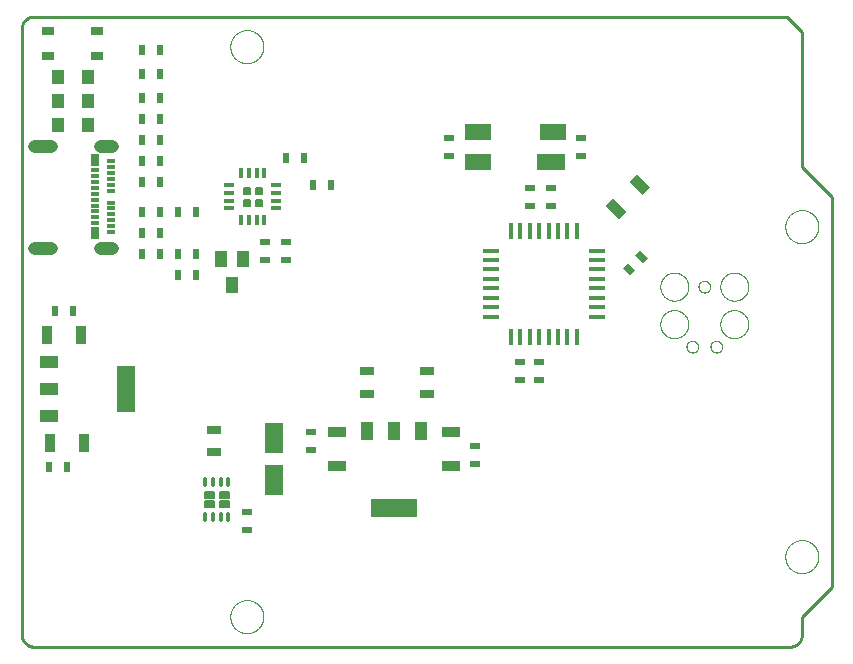
<source format=gtp>
G75*
%MOIN*%
%OFA0B0*%
%FSLAX25Y25*%
%IPPOS*%
%LPD*%
%AMOC8*
5,1,8,0,0,1.08239X$1,22.5*
%
%ADD10C,0.01000*%
%ADD11C,0.00000*%
%ADD12R,0.03543X0.02362*%
%ADD13R,0.03543X0.06299*%
%ADD14R,0.02362X0.03543*%
%ADD15R,0.04134X0.02559*%
%ADD16R,0.01575X0.05512*%
%ADD17R,0.05512X0.01575*%
%ADD18R,0.08661X0.05512*%
%ADD19R,0.09449X0.05512*%
%ADD20R,0.04331X0.04921*%
%ADD21R,0.02756X0.01181*%
%ADD22R,0.02756X0.03937*%
%ADD23C,0.04331*%
%ADD24R,0.03543X0.01378*%
%ADD25R,0.01378X0.03543*%
%ADD26C,0.00500*%
%ADD27R,0.03937X0.05512*%
%ADD28C,0.01378*%
%ADD29R,0.05906X0.15748*%
%ADD30R,0.05906X0.03937*%
%ADD31R,0.06299X0.09843*%
%ADD32R,0.15748X0.05906*%
%ADD33R,0.03937X0.05906*%
%ADD34R,0.06299X0.03543*%
%ADD35R,0.05118X0.02756*%
D10*
X0008793Y0007187D02*
X0008793Y0209313D01*
X0008795Y0209437D01*
X0008801Y0209560D01*
X0008810Y0209684D01*
X0008824Y0209806D01*
X0008841Y0209929D01*
X0008863Y0210051D01*
X0008888Y0210172D01*
X0008917Y0210292D01*
X0008949Y0210411D01*
X0008986Y0210530D01*
X0009026Y0210647D01*
X0009069Y0210762D01*
X0009117Y0210877D01*
X0009168Y0210989D01*
X0009222Y0211100D01*
X0009280Y0211210D01*
X0009341Y0211317D01*
X0009406Y0211423D01*
X0009474Y0211526D01*
X0009545Y0211627D01*
X0009619Y0211726D01*
X0009696Y0211823D01*
X0009777Y0211917D01*
X0009860Y0212008D01*
X0009946Y0212097D01*
X0010035Y0212183D01*
X0010126Y0212266D01*
X0010220Y0212347D01*
X0010317Y0212424D01*
X0010416Y0212498D01*
X0010517Y0212569D01*
X0010620Y0212637D01*
X0010726Y0212702D01*
X0010833Y0212763D01*
X0010943Y0212821D01*
X0011054Y0212875D01*
X0011166Y0212926D01*
X0011281Y0212974D01*
X0011396Y0213017D01*
X0011513Y0213057D01*
X0011632Y0213094D01*
X0011751Y0213126D01*
X0011871Y0213155D01*
X0011992Y0213180D01*
X0012114Y0213202D01*
X0012237Y0213219D01*
X0012359Y0213233D01*
X0012483Y0213242D01*
X0012606Y0213248D01*
X0012730Y0213250D01*
X0263793Y0213250D01*
X0268793Y0208250D01*
X0268793Y0163250D01*
X0278793Y0153250D01*
X0278793Y0023250D01*
X0268793Y0013250D01*
X0268793Y0007187D01*
X0268791Y0007063D01*
X0268785Y0006940D01*
X0268776Y0006816D01*
X0268762Y0006694D01*
X0268745Y0006571D01*
X0268723Y0006449D01*
X0268698Y0006328D01*
X0268669Y0006208D01*
X0268637Y0006089D01*
X0268600Y0005970D01*
X0268560Y0005853D01*
X0268517Y0005738D01*
X0268469Y0005623D01*
X0268418Y0005511D01*
X0268364Y0005400D01*
X0268306Y0005290D01*
X0268245Y0005183D01*
X0268180Y0005077D01*
X0268112Y0004974D01*
X0268041Y0004873D01*
X0267967Y0004774D01*
X0267890Y0004677D01*
X0267809Y0004583D01*
X0267726Y0004492D01*
X0267640Y0004403D01*
X0267551Y0004317D01*
X0267460Y0004234D01*
X0267366Y0004153D01*
X0267269Y0004076D01*
X0267170Y0004002D01*
X0267069Y0003931D01*
X0266966Y0003863D01*
X0266860Y0003798D01*
X0266753Y0003737D01*
X0266643Y0003679D01*
X0266532Y0003625D01*
X0266420Y0003574D01*
X0266305Y0003526D01*
X0266190Y0003483D01*
X0266073Y0003443D01*
X0265954Y0003406D01*
X0265835Y0003374D01*
X0265715Y0003345D01*
X0265594Y0003320D01*
X0265472Y0003298D01*
X0265349Y0003281D01*
X0265227Y0003267D01*
X0265103Y0003258D01*
X0264980Y0003252D01*
X0264856Y0003250D01*
X0012730Y0003250D01*
X0012606Y0003252D01*
X0012483Y0003258D01*
X0012359Y0003267D01*
X0012237Y0003281D01*
X0012114Y0003298D01*
X0011992Y0003320D01*
X0011871Y0003345D01*
X0011751Y0003374D01*
X0011632Y0003406D01*
X0011513Y0003443D01*
X0011396Y0003483D01*
X0011281Y0003526D01*
X0011166Y0003574D01*
X0011054Y0003625D01*
X0010943Y0003679D01*
X0010833Y0003737D01*
X0010726Y0003798D01*
X0010620Y0003863D01*
X0010517Y0003931D01*
X0010416Y0004002D01*
X0010317Y0004076D01*
X0010220Y0004153D01*
X0010126Y0004234D01*
X0010035Y0004317D01*
X0009946Y0004403D01*
X0009860Y0004492D01*
X0009777Y0004583D01*
X0009696Y0004677D01*
X0009619Y0004774D01*
X0009545Y0004873D01*
X0009474Y0004974D01*
X0009406Y0005077D01*
X0009341Y0005183D01*
X0009280Y0005290D01*
X0009222Y0005400D01*
X0009168Y0005511D01*
X0009117Y0005623D01*
X0009069Y0005738D01*
X0009026Y0005853D01*
X0008986Y0005970D01*
X0008949Y0006089D01*
X0008917Y0006208D01*
X0008888Y0006328D01*
X0008863Y0006449D01*
X0008841Y0006571D01*
X0008824Y0006694D01*
X0008810Y0006816D01*
X0008801Y0006940D01*
X0008795Y0007063D01*
X0008793Y0007187D01*
D11*
X0078281Y0013250D02*
X0078283Y0013398D01*
X0078289Y0013546D01*
X0078299Y0013694D01*
X0078313Y0013841D01*
X0078331Y0013988D01*
X0078352Y0014134D01*
X0078378Y0014280D01*
X0078408Y0014425D01*
X0078441Y0014569D01*
X0078479Y0014712D01*
X0078520Y0014854D01*
X0078565Y0014995D01*
X0078613Y0015135D01*
X0078666Y0015274D01*
X0078722Y0015411D01*
X0078782Y0015546D01*
X0078845Y0015680D01*
X0078912Y0015812D01*
X0078983Y0015942D01*
X0079057Y0016070D01*
X0079134Y0016196D01*
X0079215Y0016320D01*
X0079299Y0016442D01*
X0079386Y0016561D01*
X0079477Y0016678D01*
X0079571Y0016793D01*
X0079667Y0016905D01*
X0079767Y0017015D01*
X0079869Y0017121D01*
X0079975Y0017225D01*
X0080083Y0017326D01*
X0080194Y0017424D01*
X0080307Y0017520D01*
X0080423Y0017612D01*
X0080541Y0017701D01*
X0080662Y0017786D01*
X0080785Y0017869D01*
X0080910Y0017948D01*
X0081037Y0018024D01*
X0081166Y0018096D01*
X0081297Y0018165D01*
X0081430Y0018230D01*
X0081565Y0018291D01*
X0081701Y0018349D01*
X0081838Y0018404D01*
X0081977Y0018454D01*
X0082118Y0018501D01*
X0082259Y0018544D01*
X0082402Y0018584D01*
X0082546Y0018619D01*
X0082690Y0018651D01*
X0082836Y0018678D01*
X0082982Y0018702D01*
X0083129Y0018722D01*
X0083276Y0018738D01*
X0083423Y0018750D01*
X0083571Y0018758D01*
X0083719Y0018762D01*
X0083867Y0018762D01*
X0084015Y0018758D01*
X0084163Y0018750D01*
X0084310Y0018738D01*
X0084457Y0018722D01*
X0084604Y0018702D01*
X0084750Y0018678D01*
X0084896Y0018651D01*
X0085040Y0018619D01*
X0085184Y0018584D01*
X0085327Y0018544D01*
X0085468Y0018501D01*
X0085609Y0018454D01*
X0085748Y0018404D01*
X0085885Y0018349D01*
X0086021Y0018291D01*
X0086156Y0018230D01*
X0086289Y0018165D01*
X0086420Y0018096D01*
X0086549Y0018024D01*
X0086676Y0017948D01*
X0086801Y0017869D01*
X0086924Y0017786D01*
X0087045Y0017701D01*
X0087163Y0017612D01*
X0087279Y0017520D01*
X0087392Y0017424D01*
X0087503Y0017326D01*
X0087611Y0017225D01*
X0087717Y0017121D01*
X0087819Y0017015D01*
X0087919Y0016905D01*
X0088015Y0016793D01*
X0088109Y0016678D01*
X0088200Y0016561D01*
X0088287Y0016442D01*
X0088371Y0016320D01*
X0088452Y0016196D01*
X0088529Y0016070D01*
X0088603Y0015942D01*
X0088674Y0015812D01*
X0088741Y0015680D01*
X0088804Y0015546D01*
X0088864Y0015411D01*
X0088920Y0015274D01*
X0088973Y0015135D01*
X0089021Y0014995D01*
X0089066Y0014854D01*
X0089107Y0014712D01*
X0089145Y0014569D01*
X0089178Y0014425D01*
X0089208Y0014280D01*
X0089234Y0014134D01*
X0089255Y0013988D01*
X0089273Y0013841D01*
X0089287Y0013694D01*
X0089297Y0013546D01*
X0089303Y0013398D01*
X0089305Y0013250D01*
X0089303Y0013102D01*
X0089297Y0012954D01*
X0089287Y0012806D01*
X0089273Y0012659D01*
X0089255Y0012512D01*
X0089234Y0012366D01*
X0089208Y0012220D01*
X0089178Y0012075D01*
X0089145Y0011931D01*
X0089107Y0011788D01*
X0089066Y0011646D01*
X0089021Y0011505D01*
X0088973Y0011365D01*
X0088920Y0011226D01*
X0088864Y0011089D01*
X0088804Y0010954D01*
X0088741Y0010820D01*
X0088674Y0010688D01*
X0088603Y0010558D01*
X0088529Y0010430D01*
X0088452Y0010304D01*
X0088371Y0010180D01*
X0088287Y0010058D01*
X0088200Y0009939D01*
X0088109Y0009822D01*
X0088015Y0009707D01*
X0087919Y0009595D01*
X0087819Y0009485D01*
X0087717Y0009379D01*
X0087611Y0009275D01*
X0087503Y0009174D01*
X0087392Y0009076D01*
X0087279Y0008980D01*
X0087163Y0008888D01*
X0087045Y0008799D01*
X0086924Y0008714D01*
X0086801Y0008631D01*
X0086676Y0008552D01*
X0086549Y0008476D01*
X0086420Y0008404D01*
X0086289Y0008335D01*
X0086156Y0008270D01*
X0086021Y0008209D01*
X0085885Y0008151D01*
X0085748Y0008096D01*
X0085609Y0008046D01*
X0085468Y0007999D01*
X0085327Y0007956D01*
X0085184Y0007916D01*
X0085040Y0007881D01*
X0084896Y0007849D01*
X0084750Y0007822D01*
X0084604Y0007798D01*
X0084457Y0007778D01*
X0084310Y0007762D01*
X0084163Y0007750D01*
X0084015Y0007742D01*
X0083867Y0007738D01*
X0083719Y0007738D01*
X0083571Y0007742D01*
X0083423Y0007750D01*
X0083276Y0007762D01*
X0083129Y0007778D01*
X0082982Y0007798D01*
X0082836Y0007822D01*
X0082690Y0007849D01*
X0082546Y0007881D01*
X0082402Y0007916D01*
X0082259Y0007956D01*
X0082118Y0007999D01*
X0081977Y0008046D01*
X0081838Y0008096D01*
X0081701Y0008151D01*
X0081565Y0008209D01*
X0081430Y0008270D01*
X0081297Y0008335D01*
X0081166Y0008404D01*
X0081037Y0008476D01*
X0080910Y0008552D01*
X0080785Y0008631D01*
X0080662Y0008714D01*
X0080541Y0008799D01*
X0080423Y0008888D01*
X0080307Y0008980D01*
X0080194Y0009076D01*
X0080083Y0009174D01*
X0079975Y0009275D01*
X0079869Y0009379D01*
X0079767Y0009485D01*
X0079667Y0009595D01*
X0079571Y0009707D01*
X0079477Y0009822D01*
X0079386Y0009939D01*
X0079299Y0010058D01*
X0079215Y0010180D01*
X0079134Y0010304D01*
X0079057Y0010430D01*
X0078983Y0010558D01*
X0078912Y0010688D01*
X0078845Y0010820D01*
X0078782Y0010954D01*
X0078722Y0011089D01*
X0078666Y0011226D01*
X0078613Y0011365D01*
X0078565Y0011505D01*
X0078520Y0011646D01*
X0078479Y0011788D01*
X0078441Y0011931D01*
X0078408Y0012075D01*
X0078378Y0012220D01*
X0078352Y0012366D01*
X0078331Y0012512D01*
X0078313Y0012659D01*
X0078299Y0012806D01*
X0078289Y0012954D01*
X0078283Y0013102D01*
X0078281Y0013250D01*
X0221618Y0110750D02*
X0221620Y0110887D01*
X0221626Y0111023D01*
X0221636Y0111159D01*
X0221650Y0111295D01*
X0221668Y0111431D01*
X0221690Y0111566D01*
X0221715Y0111700D01*
X0221745Y0111833D01*
X0221779Y0111965D01*
X0221816Y0112097D01*
X0221857Y0112227D01*
X0221903Y0112356D01*
X0221951Y0112484D01*
X0222004Y0112610D01*
X0222060Y0112734D01*
X0222120Y0112857D01*
X0222183Y0112978D01*
X0222250Y0113097D01*
X0222320Y0113214D01*
X0222394Y0113330D01*
X0222471Y0113442D01*
X0222551Y0113553D01*
X0222635Y0113661D01*
X0222722Y0113767D01*
X0222811Y0113870D01*
X0222904Y0113970D01*
X0222999Y0114068D01*
X0223098Y0114163D01*
X0223199Y0114255D01*
X0223303Y0114343D01*
X0223409Y0114429D01*
X0223518Y0114512D01*
X0223629Y0114591D01*
X0223742Y0114668D01*
X0223858Y0114741D01*
X0223975Y0114810D01*
X0224095Y0114876D01*
X0224216Y0114938D01*
X0224340Y0114997D01*
X0224465Y0115053D01*
X0224591Y0115104D01*
X0224719Y0115152D01*
X0224848Y0115196D01*
X0224979Y0115237D01*
X0225111Y0115273D01*
X0225243Y0115306D01*
X0225377Y0115334D01*
X0225511Y0115359D01*
X0225646Y0115380D01*
X0225782Y0115397D01*
X0225918Y0115410D01*
X0226054Y0115419D01*
X0226191Y0115424D01*
X0226327Y0115425D01*
X0226464Y0115422D01*
X0226600Y0115415D01*
X0226736Y0115404D01*
X0226872Y0115389D01*
X0227007Y0115370D01*
X0227142Y0115347D01*
X0227276Y0115320D01*
X0227409Y0115290D01*
X0227541Y0115255D01*
X0227673Y0115217D01*
X0227802Y0115175D01*
X0227931Y0115129D01*
X0228058Y0115079D01*
X0228184Y0115025D01*
X0228308Y0114968D01*
X0228431Y0114908D01*
X0228551Y0114843D01*
X0228670Y0114776D01*
X0228786Y0114705D01*
X0228901Y0114630D01*
X0229013Y0114552D01*
X0229123Y0114471D01*
X0229231Y0114387D01*
X0229336Y0114299D01*
X0229438Y0114209D01*
X0229538Y0114116D01*
X0229635Y0114019D01*
X0229729Y0113920D01*
X0229820Y0113819D01*
X0229908Y0113714D01*
X0229993Y0113607D01*
X0230075Y0113498D01*
X0230154Y0113386D01*
X0230229Y0113272D01*
X0230301Y0113156D01*
X0230370Y0113038D01*
X0230435Y0112918D01*
X0230497Y0112796D01*
X0230555Y0112672D01*
X0230609Y0112547D01*
X0230660Y0112420D01*
X0230706Y0112292D01*
X0230750Y0112162D01*
X0230789Y0112031D01*
X0230825Y0111899D01*
X0230856Y0111766D01*
X0230884Y0111633D01*
X0230908Y0111498D01*
X0230928Y0111363D01*
X0230944Y0111227D01*
X0230956Y0111091D01*
X0230964Y0110955D01*
X0230968Y0110818D01*
X0230968Y0110682D01*
X0230964Y0110545D01*
X0230956Y0110409D01*
X0230944Y0110273D01*
X0230928Y0110137D01*
X0230908Y0110002D01*
X0230884Y0109867D01*
X0230856Y0109734D01*
X0230825Y0109601D01*
X0230789Y0109469D01*
X0230750Y0109338D01*
X0230706Y0109208D01*
X0230660Y0109080D01*
X0230609Y0108953D01*
X0230555Y0108828D01*
X0230497Y0108704D01*
X0230435Y0108582D01*
X0230370Y0108462D01*
X0230301Y0108344D01*
X0230229Y0108228D01*
X0230154Y0108114D01*
X0230075Y0108002D01*
X0229993Y0107893D01*
X0229908Y0107786D01*
X0229820Y0107681D01*
X0229729Y0107580D01*
X0229635Y0107481D01*
X0229538Y0107384D01*
X0229438Y0107291D01*
X0229336Y0107201D01*
X0229231Y0107113D01*
X0229123Y0107029D01*
X0229013Y0106948D01*
X0228901Y0106870D01*
X0228786Y0106795D01*
X0228670Y0106724D01*
X0228551Y0106657D01*
X0228431Y0106592D01*
X0228308Y0106532D01*
X0228184Y0106475D01*
X0228058Y0106421D01*
X0227931Y0106371D01*
X0227802Y0106325D01*
X0227673Y0106283D01*
X0227541Y0106245D01*
X0227409Y0106210D01*
X0227276Y0106180D01*
X0227142Y0106153D01*
X0227007Y0106130D01*
X0226872Y0106111D01*
X0226736Y0106096D01*
X0226600Y0106085D01*
X0226464Y0106078D01*
X0226327Y0106075D01*
X0226191Y0106076D01*
X0226054Y0106081D01*
X0225918Y0106090D01*
X0225782Y0106103D01*
X0225646Y0106120D01*
X0225511Y0106141D01*
X0225377Y0106166D01*
X0225243Y0106194D01*
X0225111Y0106227D01*
X0224979Y0106263D01*
X0224848Y0106304D01*
X0224719Y0106348D01*
X0224591Y0106396D01*
X0224465Y0106447D01*
X0224340Y0106503D01*
X0224216Y0106562D01*
X0224095Y0106624D01*
X0223975Y0106690D01*
X0223858Y0106759D01*
X0223742Y0106832D01*
X0223629Y0106909D01*
X0223518Y0106988D01*
X0223409Y0107071D01*
X0223303Y0107157D01*
X0223199Y0107245D01*
X0223098Y0107337D01*
X0222999Y0107432D01*
X0222904Y0107530D01*
X0222811Y0107630D01*
X0222722Y0107733D01*
X0222635Y0107839D01*
X0222551Y0107947D01*
X0222471Y0108058D01*
X0222394Y0108170D01*
X0222320Y0108286D01*
X0222250Y0108403D01*
X0222183Y0108522D01*
X0222120Y0108643D01*
X0222060Y0108766D01*
X0222004Y0108890D01*
X0221951Y0109016D01*
X0221903Y0109144D01*
X0221857Y0109273D01*
X0221816Y0109403D01*
X0221779Y0109535D01*
X0221745Y0109667D01*
X0221715Y0109800D01*
X0221690Y0109934D01*
X0221668Y0110069D01*
X0221650Y0110205D01*
X0221636Y0110341D01*
X0221626Y0110477D01*
X0221620Y0110613D01*
X0221618Y0110750D01*
X0230343Y0103250D02*
X0230345Y0103338D01*
X0230351Y0103426D01*
X0230361Y0103514D01*
X0230375Y0103601D01*
X0230393Y0103687D01*
X0230414Y0103772D01*
X0230440Y0103857D01*
X0230469Y0103940D01*
X0230502Y0104022D01*
X0230539Y0104102D01*
X0230579Y0104180D01*
X0230623Y0104257D01*
X0230670Y0104331D01*
X0230721Y0104403D01*
X0230774Y0104473D01*
X0230831Y0104541D01*
X0230891Y0104605D01*
X0230954Y0104667D01*
X0231019Y0104726D01*
X0231087Y0104782D01*
X0231158Y0104835D01*
X0231230Y0104885D01*
X0231305Y0104931D01*
X0231382Y0104974D01*
X0231461Y0105014D01*
X0231542Y0105049D01*
X0231624Y0105082D01*
X0231707Y0105110D01*
X0231792Y0105135D01*
X0231878Y0105155D01*
X0231964Y0105172D01*
X0232051Y0105185D01*
X0232139Y0105194D01*
X0232227Y0105199D01*
X0232315Y0105200D01*
X0232403Y0105197D01*
X0232491Y0105190D01*
X0232578Y0105179D01*
X0232665Y0105164D01*
X0232751Y0105145D01*
X0232837Y0105123D01*
X0232921Y0105096D01*
X0233003Y0105066D01*
X0233085Y0105032D01*
X0233165Y0104994D01*
X0233242Y0104953D01*
X0233318Y0104909D01*
X0233392Y0104861D01*
X0233464Y0104809D01*
X0233533Y0104755D01*
X0233600Y0104697D01*
X0233664Y0104637D01*
X0233725Y0104573D01*
X0233784Y0104507D01*
X0233839Y0104439D01*
X0233891Y0104367D01*
X0233940Y0104294D01*
X0233985Y0104219D01*
X0234027Y0104141D01*
X0234066Y0104062D01*
X0234101Y0103981D01*
X0234132Y0103898D01*
X0234159Y0103815D01*
X0234183Y0103730D01*
X0234203Y0103644D01*
X0234219Y0103557D01*
X0234231Y0103470D01*
X0234239Y0103382D01*
X0234243Y0103294D01*
X0234243Y0103206D01*
X0234239Y0103118D01*
X0234231Y0103030D01*
X0234219Y0102943D01*
X0234203Y0102856D01*
X0234183Y0102770D01*
X0234159Y0102685D01*
X0234132Y0102602D01*
X0234101Y0102519D01*
X0234066Y0102438D01*
X0234027Y0102359D01*
X0233985Y0102281D01*
X0233940Y0102206D01*
X0233891Y0102133D01*
X0233839Y0102061D01*
X0233784Y0101993D01*
X0233725Y0101927D01*
X0233664Y0101863D01*
X0233600Y0101803D01*
X0233533Y0101745D01*
X0233464Y0101691D01*
X0233392Y0101639D01*
X0233318Y0101591D01*
X0233242Y0101547D01*
X0233165Y0101506D01*
X0233085Y0101468D01*
X0233003Y0101434D01*
X0232921Y0101404D01*
X0232837Y0101377D01*
X0232751Y0101355D01*
X0232665Y0101336D01*
X0232578Y0101321D01*
X0232491Y0101310D01*
X0232403Y0101303D01*
X0232315Y0101300D01*
X0232227Y0101301D01*
X0232139Y0101306D01*
X0232051Y0101315D01*
X0231964Y0101328D01*
X0231878Y0101345D01*
X0231792Y0101365D01*
X0231707Y0101390D01*
X0231624Y0101418D01*
X0231542Y0101451D01*
X0231461Y0101486D01*
X0231382Y0101526D01*
X0231305Y0101569D01*
X0231230Y0101615D01*
X0231158Y0101665D01*
X0231087Y0101718D01*
X0231019Y0101774D01*
X0230954Y0101833D01*
X0230891Y0101895D01*
X0230831Y0101959D01*
X0230774Y0102027D01*
X0230721Y0102097D01*
X0230670Y0102169D01*
X0230623Y0102243D01*
X0230579Y0102320D01*
X0230539Y0102398D01*
X0230502Y0102478D01*
X0230469Y0102560D01*
X0230440Y0102643D01*
X0230414Y0102728D01*
X0230393Y0102813D01*
X0230375Y0102899D01*
X0230361Y0102986D01*
X0230351Y0103074D01*
X0230345Y0103162D01*
X0230343Y0103250D01*
X0238343Y0103250D02*
X0238345Y0103338D01*
X0238351Y0103426D01*
X0238361Y0103514D01*
X0238375Y0103601D01*
X0238393Y0103687D01*
X0238414Y0103772D01*
X0238440Y0103857D01*
X0238469Y0103940D01*
X0238502Y0104022D01*
X0238539Y0104102D01*
X0238579Y0104180D01*
X0238623Y0104257D01*
X0238670Y0104331D01*
X0238721Y0104403D01*
X0238774Y0104473D01*
X0238831Y0104541D01*
X0238891Y0104605D01*
X0238954Y0104667D01*
X0239019Y0104726D01*
X0239087Y0104782D01*
X0239158Y0104835D01*
X0239230Y0104885D01*
X0239305Y0104931D01*
X0239382Y0104974D01*
X0239461Y0105014D01*
X0239542Y0105049D01*
X0239624Y0105082D01*
X0239707Y0105110D01*
X0239792Y0105135D01*
X0239878Y0105155D01*
X0239964Y0105172D01*
X0240051Y0105185D01*
X0240139Y0105194D01*
X0240227Y0105199D01*
X0240315Y0105200D01*
X0240403Y0105197D01*
X0240491Y0105190D01*
X0240578Y0105179D01*
X0240665Y0105164D01*
X0240751Y0105145D01*
X0240837Y0105123D01*
X0240921Y0105096D01*
X0241003Y0105066D01*
X0241085Y0105032D01*
X0241165Y0104994D01*
X0241242Y0104953D01*
X0241318Y0104909D01*
X0241392Y0104861D01*
X0241464Y0104809D01*
X0241533Y0104755D01*
X0241600Y0104697D01*
X0241664Y0104637D01*
X0241725Y0104573D01*
X0241784Y0104507D01*
X0241839Y0104439D01*
X0241891Y0104367D01*
X0241940Y0104294D01*
X0241985Y0104219D01*
X0242027Y0104141D01*
X0242066Y0104062D01*
X0242101Y0103981D01*
X0242132Y0103898D01*
X0242159Y0103815D01*
X0242183Y0103730D01*
X0242203Y0103644D01*
X0242219Y0103557D01*
X0242231Y0103470D01*
X0242239Y0103382D01*
X0242243Y0103294D01*
X0242243Y0103206D01*
X0242239Y0103118D01*
X0242231Y0103030D01*
X0242219Y0102943D01*
X0242203Y0102856D01*
X0242183Y0102770D01*
X0242159Y0102685D01*
X0242132Y0102602D01*
X0242101Y0102519D01*
X0242066Y0102438D01*
X0242027Y0102359D01*
X0241985Y0102281D01*
X0241940Y0102206D01*
X0241891Y0102133D01*
X0241839Y0102061D01*
X0241784Y0101993D01*
X0241725Y0101927D01*
X0241664Y0101863D01*
X0241600Y0101803D01*
X0241533Y0101745D01*
X0241464Y0101691D01*
X0241392Y0101639D01*
X0241318Y0101591D01*
X0241242Y0101547D01*
X0241165Y0101506D01*
X0241085Y0101468D01*
X0241003Y0101434D01*
X0240921Y0101404D01*
X0240837Y0101377D01*
X0240751Y0101355D01*
X0240665Y0101336D01*
X0240578Y0101321D01*
X0240491Y0101310D01*
X0240403Y0101303D01*
X0240315Y0101300D01*
X0240227Y0101301D01*
X0240139Y0101306D01*
X0240051Y0101315D01*
X0239964Y0101328D01*
X0239878Y0101345D01*
X0239792Y0101365D01*
X0239707Y0101390D01*
X0239624Y0101418D01*
X0239542Y0101451D01*
X0239461Y0101486D01*
X0239382Y0101526D01*
X0239305Y0101569D01*
X0239230Y0101615D01*
X0239158Y0101665D01*
X0239087Y0101718D01*
X0239019Y0101774D01*
X0238954Y0101833D01*
X0238891Y0101895D01*
X0238831Y0101959D01*
X0238774Y0102027D01*
X0238721Y0102097D01*
X0238670Y0102169D01*
X0238623Y0102243D01*
X0238579Y0102320D01*
X0238539Y0102398D01*
X0238502Y0102478D01*
X0238469Y0102560D01*
X0238440Y0102643D01*
X0238414Y0102728D01*
X0238393Y0102813D01*
X0238375Y0102899D01*
X0238361Y0102986D01*
X0238351Y0103074D01*
X0238345Y0103162D01*
X0238343Y0103250D01*
X0241618Y0110750D02*
X0241620Y0110887D01*
X0241626Y0111023D01*
X0241636Y0111159D01*
X0241650Y0111295D01*
X0241668Y0111431D01*
X0241690Y0111566D01*
X0241715Y0111700D01*
X0241745Y0111833D01*
X0241779Y0111965D01*
X0241816Y0112097D01*
X0241857Y0112227D01*
X0241903Y0112356D01*
X0241951Y0112484D01*
X0242004Y0112610D01*
X0242060Y0112734D01*
X0242120Y0112857D01*
X0242183Y0112978D01*
X0242250Y0113097D01*
X0242320Y0113214D01*
X0242394Y0113330D01*
X0242471Y0113442D01*
X0242551Y0113553D01*
X0242635Y0113661D01*
X0242722Y0113767D01*
X0242811Y0113870D01*
X0242904Y0113970D01*
X0242999Y0114068D01*
X0243098Y0114163D01*
X0243199Y0114255D01*
X0243303Y0114343D01*
X0243409Y0114429D01*
X0243518Y0114512D01*
X0243629Y0114591D01*
X0243742Y0114668D01*
X0243858Y0114741D01*
X0243975Y0114810D01*
X0244095Y0114876D01*
X0244216Y0114938D01*
X0244340Y0114997D01*
X0244465Y0115053D01*
X0244591Y0115104D01*
X0244719Y0115152D01*
X0244848Y0115196D01*
X0244979Y0115237D01*
X0245111Y0115273D01*
X0245243Y0115306D01*
X0245377Y0115334D01*
X0245511Y0115359D01*
X0245646Y0115380D01*
X0245782Y0115397D01*
X0245918Y0115410D01*
X0246054Y0115419D01*
X0246191Y0115424D01*
X0246327Y0115425D01*
X0246464Y0115422D01*
X0246600Y0115415D01*
X0246736Y0115404D01*
X0246872Y0115389D01*
X0247007Y0115370D01*
X0247142Y0115347D01*
X0247276Y0115320D01*
X0247409Y0115290D01*
X0247541Y0115255D01*
X0247673Y0115217D01*
X0247802Y0115175D01*
X0247931Y0115129D01*
X0248058Y0115079D01*
X0248184Y0115025D01*
X0248308Y0114968D01*
X0248431Y0114908D01*
X0248551Y0114843D01*
X0248670Y0114776D01*
X0248786Y0114705D01*
X0248901Y0114630D01*
X0249013Y0114552D01*
X0249123Y0114471D01*
X0249231Y0114387D01*
X0249336Y0114299D01*
X0249438Y0114209D01*
X0249538Y0114116D01*
X0249635Y0114019D01*
X0249729Y0113920D01*
X0249820Y0113819D01*
X0249908Y0113714D01*
X0249993Y0113607D01*
X0250075Y0113498D01*
X0250154Y0113386D01*
X0250229Y0113272D01*
X0250301Y0113156D01*
X0250370Y0113038D01*
X0250435Y0112918D01*
X0250497Y0112796D01*
X0250555Y0112672D01*
X0250609Y0112547D01*
X0250660Y0112420D01*
X0250706Y0112292D01*
X0250750Y0112162D01*
X0250789Y0112031D01*
X0250825Y0111899D01*
X0250856Y0111766D01*
X0250884Y0111633D01*
X0250908Y0111498D01*
X0250928Y0111363D01*
X0250944Y0111227D01*
X0250956Y0111091D01*
X0250964Y0110955D01*
X0250968Y0110818D01*
X0250968Y0110682D01*
X0250964Y0110545D01*
X0250956Y0110409D01*
X0250944Y0110273D01*
X0250928Y0110137D01*
X0250908Y0110002D01*
X0250884Y0109867D01*
X0250856Y0109734D01*
X0250825Y0109601D01*
X0250789Y0109469D01*
X0250750Y0109338D01*
X0250706Y0109208D01*
X0250660Y0109080D01*
X0250609Y0108953D01*
X0250555Y0108828D01*
X0250497Y0108704D01*
X0250435Y0108582D01*
X0250370Y0108462D01*
X0250301Y0108344D01*
X0250229Y0108228D01*
X0250154Y0108114D01*
X0250075Y0108002D01*
X0249993Y0107893D01*
X0249908Y0107786D01*
X0249820Y0107681D01*
X0249729Y0107580D01*
X0249635Y0107481D01*
X0249538Y0107384D01*
X0249438Y0107291D01*
X0249336Y0107201D01*
X0249231Y0107113D01*
X0249123Y0107029D01*
X0249013Y0106948D01*
X0248901Y0106870D01*
X0248786Y0106795D01*
X0248670Y0106724D01*
X0248551Y0106657D01*
X0248431Y0106592D01*
X0248308Y0106532D01*
X0248184Y0106475D01*
X0248058Y0106421D01*
X0247931Y0106371D01*
X0247802Y0106325D01*
X0247673Y0106283D01*
X0247541Y0106245D01*
X0247409Y0106210D01*
X0247276Y0106180D01*
X0247142Y0106153D01*
X0247007Y0106130D01*
X0246872Y0106111D01*
X0246736Y0106096D01*
X0246600Y0106085D01*
X0246464Y0106078D01*
X0246327Y0106075D01*
X0246191Y0106076D01*
X0246054Y0106081D01*
X0245918Y0106090D01*
X0245782Y0106103D01*
X0245646Y0106120D01*
X0245511Y0106141D01*
X0245377Y0106166D01*
X0245243Y0106194D01*
X0245111Y0106227D01*
X0244979Y0106263D01*
X0244848Y0106304D01*
X0244719Y0106348D01*
X0244591Y0106396D01*
X0244465Y0106447D01*
X0244340Y0106503D01*
X0244216Y0106562D01*
X0244095Y0106624D01*
X0243975Y0106690D01*
X0243858Y0106759D01*
X0243742Y0106832D01*
X0243629Y0106909D01*
X0243518Y0106988D01*
X0243409Y0107071D01*
X0243303Y0107157D01*
X0243199Y0107245D01*
X0243098Y0107337D01*
X0242999Y0107432D01*
X0242904Y0107530D01*
X0242811Y0107630D01*
X0242722Y0107733D01*
X0242635Y0107839D01*
X0242551Y0107947D01*
X0242471Y0108058D01*
X0242394Y0108170D01*
X0242320Y0108286D01*
X0242250Y0108403D01*
X0242183Y0108522D01*
X0242120Y0108643D01*
X0242060Y0108766D01*
X0242004Y0108890D01*
X0241951Y0109016D01*
X0241903Y0109144D01*
X0241857Y0109273D01*
X0241816Y0109403D01*
X0241779Y0109535D01*
X0241745Y0109667D01*
X0241715Y0109800D01*
X0241690Y0109934D01*
X0241668Y0110069D01*
X0241650Y0110205D01*
X0241636Y0110341D01*
X0241626Y0110477D01*
X0241620Y0110613D01*
X0241618Y0110750D01*
X0241618Y0123250D02*
X0241620Y0123387D01*
X0241626Y0123523D01*
X0241636Y0123659D01*
X0241650Y0123795D01*
X0241668Y0123931D01*
X0241690Y0124066D01*
X0241715Y0124200D01*
X0241745Y0124333D01*
X0241779Y0124465D01*
X0241816Y0124597D01*
X0241857Y0124727D01*
X0241903Y0124856D01*
X0241951Y0124984D01*
X0242004Y0125110D01*
X0242060Y0125234D01*
X0242120Y0125357D01*
X0242183Y0125478D01*
X0242250Y0125597D01*
X0242320Y0125714D01*
X0242394Y0125830D01*
X0242471Y0125942D01*
X0242551Y0126053D01*
X0242635Y0126161D01*
X0242722Y0126267D01*
X0242811Y0126370D01*
X0242904Y0126470D01*
X0242999Y0126568D01*
X0243098Y0126663D01*
X0243199Y0126755D01*
X0243303Y0126843D01*
X0243409Y0126929D01*
X0243518Y0127012D01*
X0243629Y0127091D01*
X0243742Y0127168D01*
X0243858Y0127241D01*
X0243975Y0127310D01*
X0244095Y0127376D01*
X0244216Y0127438D01*
X0244340Y0127497D01*
X0244465Y0127553D01*
X0244591Y0127604D01*
X0244719Y0127652D01*
X0244848Y0127696D01*
X0244979Y0127737D01*
X0245111Y0127773D01*
X0245243Y0127806D01*
X0245377Y0127834D01*
X0245511Y0127859D01*
X0245646Y0127880D01*
X0245782Y0127897D01*
X0245918Y0127910D01*
X0246054Y0127919D01*
X0246191Y0127924D01*
X0246327Y0127925D01*
X0246464Y0127922D01*
X0246600Y0127915D01*
X0246736Y0127904D01*
X0246872Y0127889D01*
X0247007Y0127870D01*
X0247142Y0127847D01*
X0247276Y0127820D01*
X0247409Y0127790D01*
X0247541Y0127755D01*
X0247673Y0127717D01*
X0247802Y0127675D01*
X0247931Y0127629D01*
X0248058Y0127579D01*
X0248184Y0127525D01*
X0248308Y0127468D01*
X0248431Y0127408D01*
X0248551Y0127343D01*
X0248670Y0127276D01*
X0248786Y0127205D01*
X0248901Y0127130D01*
X0249013Y0127052D01*
X0249123Y0126971D01*
X0249231Y0126887D01*
X0249336Y0126799D01*
X0249438Y0126709D01*
X0249538Y0126616D01*
X0249635Y0126519D01*
X0249729Y0126420D01*
X0249820Y0126319D01*
X0249908Y0126214D01*
X0249993Y0126107D01*
X0250075Y0125998D01*
X0250154Y0125886D01*
X0250229Y0125772D01*
X0250301Y0125656D01*
X0250370Y0125538D01*
X0250435Y0125418D01*
X0250497Y0125296D01*
X0250555Y0125172D01*
X0250609Y0125047D01*
X0250660Y0124920D01*
X0250706Y0124792D01*
X0250750Y0124662D01*
X0250789Y0124531D01*
X0250825Y0124399D01*
X0250856Y0124266D01*
X0250884Y0124133D01*
X0250908Y0123998D01*
X0250928Y0123863D01*
X0250944Y0123727D01*
X0250956Y0123591D01*
X0250964Y0123455D01*
X0250968Y0123318D01*
X0250968Y0123182D01*
X0250964Y0123045D01*
X0250956Y0122909D01*
X0250944Y0122773D01*
X0250928Y0122637D01*
X0250908Y0122502D01*
X0250884Y0122367D01*
X0250856Y0122234D01*
X0250825Y0122101D01*
X0250789Y0121969D01*
X0250750Y0121838D01*
X0250706Y0121708D01*
X0250660Y0121580D01*
X0250609Y0121453D01*
X0250555Y0121328D01*
X0250497Y0121204D01*
X0250435Y0121082D01*
X0250370Y0120962D01*
X0250301Y0120844D01*
X0250229Y0120728D01*
X0250154Y0120614D01*
X0250075Y0120502D01*
X0249993Y0120393D01*
X0249908Y0120286D01*
X0249820Y0120181D01*
X0249729Y0120080D01*
X0249635Y0119981D01*
X0249538Y0119884D01*
X0249438Y0119791D01*
X0249336Y0119701D01*
X0249231Y0119613D01*
X0249123Y0119529D01*
X0249013Y0119448D01*
X0248901Y0119370D01*
X0248786Y0119295D01*
X0248670Y0119224D01*
X0248551Y0119157D01*
X0248431Y0119092D01*
X0248308Y0119032D01*
X0248184Y0118975D01*
X0248058Y0118921D01*
X0247931Y0118871D01*
X0247802Y0118825D01*
X0247673Y0118783D01*
X0247541Y0118745D01*
X0247409Y0118710D01*
X0247276Y0118680D01*
X0247142Y0118653D01*
X0247007Y0118630D01*
X0246872Y0118611D01*
X0246736Y0118596D01*
X0246600Y0118585D01*
X0246464Y0118578D01*
X0246327Y0118575D01*
X0246191Y0118576D01*
X0246054Y0118581D01*
X0245918Y0118590D01*
X0245782Y0118603D01*
X0245646Y0118620D01*
X0245511Y0118641D01*
X0245377Y0118666D01*
X0245243Y0118694D01*
X0245111Y0118727D01*
X0244979Y0118763D01*
X0244848Y0118804D01*
X0244719Y0118848D01*
X0244591Y0118896D01*
X0244465Y0118947D01*
X0244340Y0119003D01*
X0244216Y0119062D01*
X0244095Y0119124D01*
X0243975Y0119190D01*
X0243858Y0119259D01*
X0243742Y0119332D01*
X0243629Y0119409D01*
X0243518Y0119488D01*
X0243409Y0119571D01*
X0243303Y0119657D01*
X0243199Y0119745D01*
X0243098Y0119837D01*
X0242999Y0119932D01*
X0242904Y0120030D01*
X0242811Y0120130D01*
X0242722Y0120233D01*
X0242635Y0120339D01*
X0242551Y0120447D01*
X0242471Y0120558D01*
X0242394Y0120670D01*
X0242320Y0120786D01*
X0242250Y0120903D01*
X0242183Y0121022D01*
X0242120Y0121143D01*
X0242060Y0121266D01*
X0242004Y0121390D01*
X0241951Y0121516D01*
X0241903Y0121644D01*
X0241857Y0121773D01*
X0241816Y0121903D01*
X0241779Y0122035D01*
X0241745Y0122167D01*
X0241715Y0122300D01*
X0241690Y0122434D01*
X0241668Y0122569D01*
X0241650Y0122705D01*
X0241636Y0122841D01*
X0241626Y0122977D01*
X0241620Y0123113D01*
X0241618Y0123250D01*
X0234343Y0123250D02*
X0234345Y0123338D01*
X0234351Y0123426D01*
X0234361Y0123514D01*
X0234375Y0123601D01*
X0234393Y0123687D01*
X0234414Y0123772D01*
X0234440Y0123857D01*
X0234469Y0123940D01*
X0234502Y0124022D01*
X0234539Y0124102D01*
X0234579Y0124180D01*
X0234623Y0124257D01*
X0234670Y0124331D01*
X0234721Y0124403D01*
X0234774Y0124473D01*
X0234831Y0124541D01*
X0234891Y0124605D01*
X0234954Y0124667D01*
X0235019Y0124726D01*
X0235087Y0124782D01*
X0235158Y0124835D01*
X0235230Y0124885D01*
X0235305Y0124931D01*
X0235382Y0124974D01*
X0235461Y0125014D01*
X0235542Y0125049D01*
X0235624Y0125082D01*
X0235707Y0125110D01*
X0235792Y0125135D01*
X0235878Y0125155D01*
X0235964Y0125172D01*
X0236051Y0125185D01*
X0236139Y0125194D01*
X0236227Y0125199D01*
X0236315Y0125200D01*
X0236403Y0125197D01*
X0236491Y0125190D01*
X0236578Y0125179D01*
X0236665Y0125164D01*
X0236751Y0125145D01*
X0236837Y0125123D01*
X0236921Y0125096D01*
X0237003Y0125066D01*
X0237085Y0125032D01*
X0237165Y0124994D01*
X0237242Y0124953D01*
X0237318Y0124909D01*
X0237392Y0124861D01*
X0237464Y0124809D01*
X0237533Y0124755D01*
X0237600Y0124697D01*
X0237664Y0124637D01*
X0237725Y0124573D01*
X0237784Y0124507D01*
X0237839Y0124439D01*
X0237891Y0124367D01*
X0237940Y0124294D01*
X0237985Y0124219D01*
X0238027Y0124141D01*
X0238066Y0124062D01*
X0238101Y0123981D01*
X0238132Y0123898D01*
X0238159Y0123815D01*
X0238183Y0123730D01*
X0238203Y0123644D01*
X0238219Y0123557D01*
X0238231Y0123470D01*
X0238239Y0123382D01*
X0238243Y0123294D01*
X0238243Y0123206D01*
X0238239Y0123118D01*
X0238231Y0123030D01*
X0238219Y0122943D01*
X0238203Y0122856D01*
X0238183Y0122770D01*
X0238159Y0122685D01*
X0238132Y0122602D01*
X0238101Y0122519D01*
X0238066Y0122438D01*
X0238027Y0122359D01*
X0237985Y0122281D01*
X0237940Y0122206D01*
X0237891Y0122133D01*
X0237839Y0122061D01*
X0237784Y0121993D01*
X0237725Y0121927D01*
X0237664Y0121863D01*
X0237600Y0121803D01*
X0237533Y0121745D01*
X0237464Y0121691D01*
X0237392Y0121639D01*
X0237318Y0121591D01*
X0237242Y0121547D01*
X0237165Y0121506D01*
X0237085Y0121468D01*
X0237003Y0121434D01*
X0236921Y0121404D01*
X0236837Y0121377D01*
X0236751Y0121355D01*
X0236665Y0121336D01*
X0236578Y0121321D01*
X0236491Y0121310D01*
X0236403Y0121303D01*
X0236315Y0121300D01*
X0236227Y0121301D01*
X0236139Y0121306D01*
X0236051Y0121315D01*
X0235964Y0121328D01*
X0235878Y0121345D01*
X0235792Y0121365D01*
X0235707Y0121390D01*
X0235624Y0121418D01*
X0235542Y0121451D01*
X0235461Y0121486D01*
X0235382Y0121526D01*
X0235305Y0121569D01*
X0235230Y0121615D01*
X0235158Y0121665D01*
X0235087Y0121718D01*
X0235019Y0121774D01*
X0234954Y0121833D01*
X0234891Y0121895D01*
X0234831Y0121959D01*
X0234774Y0122027D01*
X0234721Y0122097D01*
X0234670Y0122169D01*
X0234623Y0122243D01*
X0234579Y0122320D01*
X0234539Y0122398D01*
X0234502Y0122478D01*
X0234469Y0122560D01*
X0234440Y0122643D01*
X0234414Y0122728D01*
X0234393Y0122813D01*
X0234375Y0122899D01*
X0234361Y0122986D01*
X0234351Y0123074D01*
X0234345Y0123162D01*
X0234343Y0123250D01*
X0221618Y0123250D02*
X0221620Y0123387D01*
X0221626Y0123523D01*
X0221636Y0123659D01*
X0221650Y0123795D01*
X0221668Y0123931D01*
X0221690Y0124066D01*
X0221715Y0124200D01*
X0221745Y0124333D01*
X0221779Y0124465D01*
X0221816Y0124597D01*
X0221857Y0124727D01*
X0221903Y0124856D01*
X0221951Y0124984D01*
X0222004Y0125110D01*
X0222060Y0125234D01*
X0222120Y0125357D01*
X0222183Y0125478D01*
X0222250Y0125597D01*
X0222320Y0125714D01*
X0222394Y0125830D01*
X0222471Y0125942D01*
X0222551Y0126053D01*
X0222635Y0126161D01*
X0222722Y0126267D01*
X0222811Y0126370D01*
X0222904Y0126470D01*
X0222999Y0126568D01*
X0223098Y0126663D01*
X0223199Y0126755D01*
X0223303Y0126843D01*
X0223409Y0126929D01*
X0223518Y0127012D01*
X0223629Y0127091D01*
X0223742Y0127168D01*
X0223858Y0127241D01*
X0223975Y0127310D01*
X0224095Y0127376D01*
X0224216Y0127438D01*
X0224340Y0127497D01*
X0224465Y0127553D01*
X0224591Y0127604D01*
X0224719Y0127652D01*
X0224848Y0127696D01*
X0224979Y0127737D01*
X0225111Y0127773D01*
X0225243Y0127806D01*
X0225377Y0127834D01*
X0225511Y0127859D01*
X0225646Y0127880D01*
X0225782Y0127897D01*
X0225918Y0127910D01*
X0226054Y0127919D01*
X0226191Y0127924D01*
X0226327Y0127925D01*
X0226464Y0127922D01*
X0226600Y0127915D01*
X0226736Y0127904D01*
X0226872Y0127889D01*
X0227007Y0127870D01*
X0227142Y0127847D01*
X0227276Y0127820D01*
X0227409Y0127790D01*
X0227541Y0127755D01*
X0227673Y0127717D01*
X0227802Y0127675D01*
X0227931Y0127629D01*
X0228058Y0127579D01*
X0228184Y0127525D01*
X0228308Y0127468D01*
X0228431Y0127408D01*
X0228551Y0127343D01*
X0228670Y0127276D01*
X0228786Y0127205D01*
X0228901Y0127130D01*
X0229013Y0127052D01*
X0229123Y0126971D01*
X0229231Y0126887D01*
X0229336Y0126799D01*
X0229438Y0126709D01*
X0229538Y0126616D01*
X0229635Y0126519D01*
X0229729Y0126420D01*
X0229820Y0126319D01*
X0229908Y0126214D01*
X0229993Y0126107D01*
X0230075Y0125998D01*
X0230154Y0125886D01*
X0230229Y0125772D01*
X0230301Y0125656D01*
X0230370Y0125538D01*
X0230435Y0125418D01*
X0230497Y0125296D01*
X0230555Y0125172D01*
X0230609Y0125047D01*
X0230660Y0124920D01*
X0230706Y0124792D01*
X0230750Y0124662D01*
X0230789Y0124531D01*
X0230825Y0124399D01*
X0230856Y0124266D01*
X0230884Y0124133D01*
X0230908Y0123998D01*
X0230928Y0123863D01*
X0230944Y0123727D01*
X0230956Y0123591D01*
X0230964Y0123455D01*
X0230968Y0123318D01*
X0230968Y0123182D01*
X0230964Y0123045D01*
X0230956Y0122909D01*
X0230944Y0122773D01*
X0230928Y0122637D01*
X0230908Y0122502D01*
X0230884Y0122367D01*
X0230856Y0122234D01*
X0230825Y0122101D01*
X0230789Y0121969D01*
X0230750Y0121838D01*
X0230706Y0121708D01*
X0230660Y0121580D01*
X0230609Y0121453D01*
X0230555Y0121328D01*
X0230497Y0121204D01*
X0230435Y0121082D01*
X0230370Y0120962D01*
X0230301Y0120844D01*
X0230229Y0120728D01*
X0230154Y0120614D01*
X0230075Y0120502D01*
X0229993Y0120393D01*
X0229908Y0120286D01*
X0229820Y0120181D01*
X0229729Y0120080D01*
X0229635Y0119981D01*
X0229538Y0119884D01*
X0229438Y0119791D01*
X0229336Y0119701D01*
X0229231Y0119613D01*
X0229123Y0119529D01*
X0229013Y0119448D01*
X0228901Y0119370D01*
X0228786Y0119295D01*
X0228670Y0119224D01*
X0228551Y0119157D01*
X0228431Y0119092D01*
X0228308Y0119032D01*
X0228184Y0118975D01*
X0228058Y0118921D01*
X0227931Y0118871D01*
X0227802Y0118825D01*
X0227673Y0118783D01*
X0227541Y0118745D01*
X0227409Y0118710D01*
X0227276Y0118680D01*
X0227142Y0118653D01*
X0227007Y0118630D01*
X0226872Y0118611D01*
X0226736Y0118596D01*
X0226600Y0118585D01*
X0226464Y0118578D01*
X0226327Y0118575D01*
X0226191Y0118576D01*
X0226054Y0118581D01*
X0225918Y0118590D01*
X0225782Y0118603D01*
X0225646Y0118620D01*
X0225511Y0118641D01*
X0225377Y0118666D01*
X0225243Y0118694D01*
X0225111Y0118727D01*
X0224979Y0118763D01*
X0224848Y0118804D01*
X0224719Y0118848D01*
X0224591Y0118896D01*
X0224465Y0118947D01*
X0224340Y0119003D01*
X0224216Y0119062D01*
X0224095Y0119124D01*
X0223975Y0119190D01*
X0223858Y0119259D01*
X0223742Y0119332D01*
X0223629Y0119409D01*
X0223518Y0119488D01*
X0223409Y0119571D01*
X0223303Y0119657D01*
X0223199Y0119745D01*
X0223098Y0119837D01*
X0222999Y0119932D01*
X0222904Y0120030D01*
X0222811Y0120130D01*
X0222722Y0120233D01*
X0222635Y0120339D01*
X0222551Y0120447D01*
X0222471Y0120558D01*
X0222394Y0120670D01*
X0222320Y0120786D01*
X0222250Y0120903D01*
X0222183Y0121022D01*
X0222120Y0121143D01*
X0222060Y0121266D01*
X0222004Y0121390D01*
X0221951Y0121516D01*
X0221903Y0121644D01*
X0221857Y0121773D01*
X0221816Y0121903D01*
X0221779Y0122035D01*
X0221745Y0122167D01*
X0221715Y0122300D01*
X0221690Y0122434D01*
X0221668Y0122569D01*
X0221650Y0122705D01*
X0221636Y0122841D01*
X0221626Y0122977D01*
X0221620Y0123113D01*
X0221618Y0123250D01*
X0263281Y0143250D02*
X0263283Y0143398D01*
X0263289Y0143546D01*
X0263299Y0143694D01*
X0263313Y0143841D01*
X0263331Y0143988D01*
X0263352Y0144134D01*
X0263378Y0144280D01*
X0263408Y0144425D01*
X0263441Y0144569D01*
X0263479Y0144712D01*
X0263520Y0144854D01*
X0263565Y0144995D01*
X0263613Y0145135D01*
X0263666Y0145274D01*
X0263722Y0145411D01*
X0263782Y0145546D01*
X0263845Y0145680D01*
X0263912Y0145812D01*
X0263983Y0145942D01*
X0264057Y0146070D01*
X0264134Y0146196D01*
X0264215Y0146320D01*
X0264299Y0146442D01*
X0264386Y0146561D01*
X0264477Y0146678D01*
X0264571Y0146793D01*
X0264667Y0146905D01*
X0264767Y0147015D01*
X0264869Y0147121D01*
X0264975Y0147225D01*
X0265083Y0147326D01*
X0265194Y0147424D01*
X0265307Y0147520D01*
X0265423Y0147612D01*
X0265541Y0147701D01*
X0265662Y0147786D01*
X0265785Y0147869D01*
X0265910Y0147948D01*
X0266037Y0148024D01*
X0266166Y0148096D01*
X0266297Y0148165D01*
X0266430Y0148230D01*
X0266565Y0148291D01*
X0266701Y0148349D01*
X0266838Y0148404D01*
X0266977Y0148454D01*
X0267118Y0148501D01*
X0267259Y0148544D01*
X0267402Y0148584D01*
X0267546Y0148619D01*
X0267690Y0148651D01*
X0267836Y0148678D01*
X0267982Y0148702D01*
X0268129Y0148722D01*
X0268276Y0148738D01*
X0268423Y0148750D01*
X0268571Y0148758D01*
X0268719Y0148762D01*
X0268867Y0148762D01*
X0269015Y0148758D01*
X0269163Y0148750D01*
X0269310Y0148738D01*
X0269457Y0148722D01*
X0269604Y0148702D01*
X0269750Y0148678D01*
X0269896Y0148651D01*
X0270040Y0148619D01*
X0270184Y0148584D01*
X0270327Y0148544D01*
X0270468Y0148501D01*
X0270609Y0148454D01*
X0270748Y0148404D01*
X0270885Y0148349D01*
X0271021Y0148291D01*
X0271156Y0148230D01*
X0271289Y0148165D01*
X0271420Y0148096D01*
X0271549Y0148024D01*
X0271676Y0147948D01*
X0271801Y0147869D01*
X0271924Y0147786D01*
X0272045Y0147701D01*
X0272163Y0147612D01*
X0272279Y0147520D01*
X0272392Y0147424D01*
X0272503Y0147326D01*
X0272611Y0147225D01*
X0272717Y0147121D01*
X0272819Y0147015D01*
X0272919Y0146905D01*
X0273015Y0146793D01*
X0273109Y0146678D01*
X0273200Y0146561D01*
X0273287Y0146442D01*
X0273371Y0146320D01*
X0273452Y0146196D01*
X0273529Y0146070D01*
X0273603Y0145942D01*
X0273674Y0145812D01*
X0273741Y0145680D01*
X0273804Y0145546D01*
X0273864Y0145411D01*
X0273920Y0145274D01*
X0273973Y0145135D01*
X0274021Y0144995D01*
X0274066Y0144854D01*
X0274107Y0144712D01*
X0274145Y0144569D01*
X0274178Y0144425D01*
X0274208Y0144280D01*
X0274234Y0144134D01*
X0274255Y0143988D01*
X0274273Y0143841D01*
X0274287Y0143694D01*
X0274297Y0143546D01*
X0274303Y0143398D01*
X0274305Y0143250D01*
X0274303Y0143102D01*
X0274297Y0142954D01*
X0274287Y0142806D01*
X0274273Y0142659D01*
X0274255Y0142512D01*
X0274234Y0142366D01*
X0274208Y0142220D01*
X0274178Y0142075D01*
X0274145Y0141931D01*
X0274107Y0141788D01*
X0274066Y0141646D01*
X0274021Y0141505D01*
X0273973Y0141365D01*
X0273920Y0141226D01*
X0273864Y0141089D01*
X0273804Y0140954D01*
X0273741Y0140820D01*
X0273674Y0140688D01*
X0273603Y0140558D01*
X0273529Y0140430D01*
X0273452Y0140304D01*
X0273371Y0140180D01*
X0273287Y0140058D01*
X0273200Y0139939D01*
X0273109Y0139822D01*
X0273015Y0139707D01*
X0272919Y0139595D01*
X0272819Y0139485D01*
X0272717Y0139379D01*
X0272611Y0139275D01*
X0272503Y0139174D01*
X0272392Y0139076D01*
X0272279Y0138980D01*
X0272163Y0138888D01*
X0272045Y0138799D01*
X0271924Y0138714D01*
X0271801Y0138631D01*
X0271676Y0138552D01*
X0271549Y0138476D01*
X0271420Y0138404D01*
X0271289Y0138335D01*
X0271156Y0138270D01*
X0271021Y0138209D01*
X0270885Y0138151D01*
X0270748Y0138096D01*
X0270609Y0138046D01*
X0270468Y0137999D01*
X0270327Y0137956D01*
X0270184Y0137916D01*
X0270040Y0137881D01*
X0269896Y0137849D01*
X0269750Y0137822D01*
X0269604Y0137798D01*
X0269457Y0137778D01*
X0269310Y0137762D01*
X0269163Y0137750D01*
X0269015Y0137742D01*
X0268867Y0137738D01*
X0268719Y0137738D01*
X0268571Y0137742D01*
X0268423Y0137750D01*
X0268276Y0137762D01*
X0268129Y0137778D01*
X0267982Y0137798D01*
X0267836Y0137822D01*
X0267690Y0137849D01*
X0267546Y0137881D01*
X0267402Y0137916D01*
X0267259Y0137956D01*
X0267118Y0137999D01*
X0266977Y0138046D01*
X0266838Y0138096D01*
X0266701Y0138151D01*
X0266565Y0138209D01*
X0266430Y0138270D01*
X0266297Y0138335D01*
X0266166Y0138404D01*
X0266037Y0138476D01*
X0265910Y0138552D01*
X0265785Y0138631D01*
X0265662Y0138714D01*
X0265541Y0138799D01*
X0265423Y0138888D01*
X0265307Y0138980D01*
X0265194Y0139076D01*
X0265083Y0139174D01*
X0264975Y0139275D01*
X0264869Y0139379D01*
X0264767Y0139485D01*
X0264667Y0139595D01*
X0264571Y0139707D01*
X0264477Y0139822D01*
X0264386Y0139939D01*
X0264299Y0140058D01*
X0264215Y0140180D01*
X0264134Y0140304D01*
X0264057Y0140430D01*
X0263983Y0140558D01*
X0263912Y0140688D01*
X0263845Y0140820D01*
X0263782Y0140954D01*
X0263722Y0141089D01*
X0263666Y0141226D01*
X0263613Y0141365D01*
X0263565Y0141505D01*
X0263520Y0141646D01*
X0263479Y0141788D01*
X0263441Y0141931D01*
X0263408Y0142075D01*
X0263378Y0142220D01*
X0263352Y0142366D01*
X0263331Y0142512D01*
X0263313Y0142659D01*
X0263299Y0142806D01*
X0263289Y0142954D01*
X0263283Y0143102D01*
X0263281Y0143250D01*
X0263281Y0033250D02*
X0263283Y0033398D01*
X0263289Y0033546D01*
X0263299Y0033694D01*
X0263313Y0033841D01*
X0263331Y0033988D01*
X0263352Y0034134D01*
X0263378Y0034280D01*
X0263408Y0034425D01*
X0263441Y0034569D01*
X0263479Y0034712D01*
X0263520Y0034854D01*
X0263565Y0034995D01*
X0263613Y0035135D01*
X0263666Y0035274D01*
X0263722Y0035411D01*
X0263782Y0035546D01*
X0263845Y0035680D01*
X0263912Y0035812D01*
X0263983Y0035942D01*
X0264057Y0036070D01*
X0264134Y0036196D01*
X0264215Y0036320D01*
X0264299Y0036442D01*
X0264386Y0036561D01*
X0264477Y0036678D01*
X0264571Y0036793D01*
X0264667Y0036905D01*
X0264767Y0037015D01*
X0264869Y0037121D01*
X0264975Y0037225D01*
X0265083Y0037326D01*
X0265194Y0037424D01*
X0265307Y0037520D01*
X0265423Y0037612D01*
X0265541Y0037701D01*
X0265662Y0037786D01*
X0265785Y0037869D01*
X0265910Y0037948D01*
X0266037Y0038024D01*
X0266166Y0038096D01*
X0266297Y0038165D01*
X0266430Y0038230D01*
X0266565Y0038291D01*
X0266701Y0038349D01*
X0266838Y0038404D01*
X0266977Y0038454D01*
X0267118Y0038501D01*
X0267259Y0038544D01*
X0267402Y0038584D01*
X0267546Y0038619D01*
X0267690Y0038651D01*
X0267836Y0038678D01*
X0267982Y0038702D01*
X0268129Y0038722D01*
X0268276Y0038738D01*
X0268423Y0038750D01*
X0268571Y0038758D01*
X0268719Y0038762D01*
X0268867Y0038762D01*
X0269015Y0038758D01*
X0269163Y0038750D01*
X0269310Y0038738D01*
X0269457Y0038722D01*
X0269604Y0038702D01*
X0269750Y0038678D01*
X0269896Y0038651D01*
X0270040Y0038619D01*
X0270184Y0038584D01*
X0270327Y0038544D01*
X0270468Y0038501D01*
X0270609Y0038454D01*
X0270748Y0038404D01*
X0270885Y0038349D01*
X0271021Y0038291D01*
X0271156Y0038230D01*
X0271289Y0038165D01*
X0271420Y0038096D01*
X0271549Y0038024D01*
X0271676Y0037948D01*
X0271801Y0037869D01*
X0271924Y0037786D01*
X0272045Y0037701D01*
X0272163Y0037612D01*
X0272279Y0037520D01*
X0272392Y0037424D01*
X0272503Y0037326D01*
X0272611Y0037225D01*
X0272717Y0037121D01*
X0272819Y0037015D01*
X0272919Y0036905D01*
X0273015Y0036793D01*
X0273109Y0036678D01*
X0273200Y0036561D01*
X0273287Y0036442D01*
X0273371Y0036320D01*
X0273452Y0036196D01*
X0273529Y0036070D01*
X0273603Y0035942D01*
X0273674Y0035812D01*
X0273741Y0035680D01*
X0273804Y0035546D01*
X0273864Y0035411D01*
X0273920Y0035274D01*
X0273973Y0035135D01*
X0274021Y0034995D01*
X0274066Y0034854D01*
X0274107Y0034712D01*
X0274145Y0034569D01*
X0274178Y0034425D01*
X0274208Y0034280D01*
X0274234Y0034134D01*
X0274255Y0033988D01*
X0274273Y0033841D01*
X0274287Y0033694D01*
X0274297Y0033546D01*
X0274303Y0033398D01*
X0274305Y0033250D01*
X0274303Y0033102D01*
X0274297Y0032954D01*
X0274287Y0032806D01*
X0274273Y0032659D01*
X0274255Y0032512D01*
X0274234Y0032366D01*
X0274208Y0032220D01*
X0274178Y0032075D01*
X0274145Y0031931D01*
X0274107Y0031788D01*
X0274066Y0031646D01*
X0274021Y0031505D01*
X0273973Y0031365D01*
X0273920Y0031226D01*
X0273864Y0031089D01*
X0273804Y0030954D01*
X0273741Y0030820D01*
X0273674Y0030688D01*
X0273603Y0030558D01*
X0273529Y0030430D01*
X0273452Y0030304D01*
X0273371Y0030180D01*
X0273287Y0030058D01*
X0273200Y0029939D01*
X0273109Y0029822D01*
X0273015Y0029707D01*
X0272919Y0029595D01*
X0272819Y0029485D01*
X0272717Y0029379D01*
X0272611Y0029275D01*
X0272503Y0029174D01*
X0272392Y0029076D01*
X0272279Y0028980D01*
X0272163Y0028888D01*
X0272045Y0028799D01*
X0271924Y0028714D01*
X0271801Y0028631D01*
X0271676Y0028552D01*
X0271549Y0028476D01*
X0271420Y0028404D01*
X0271289Y0028335D01*
X0271156Y0028270D01*
X0271021Y0028209D01*
X0270885Y0028151D01*
X0270748Y0028096D01*
X0270609Y0028046D01*
X0270468Y0027999D01*
X0270327Y0027956D01*
X0270184Y0027916D01*
X0270040Y0027881D01*
X0269896Y0027849D01*
X0269750Y0027822D01*
X0269604Y0027798D01*
X0269457Y0027778D01*
X0269310Y0027762D01*
X0269163Y0027750D01*
X0269015Y0027742D01*
X0268867Y0027738D01*
X0268719Y0027738D01*
X0268571Y0027742D01*
X0268423Y0027750D01*
X0268276Y0027762D01*
X0268129Y0027778D01*
X0267982Y0027798D01*
X0267836Y0027822D01*
X0267690Y0027849D01*
X0267546Y0027881D01*
X0267402Y0027916D01*
X0267259Y0027956D01*
X0267118Y0027999D01*
X0266977Y0028046D01*
X0266838Y0028096D01*
X0266701Y0028151D01*
X0266565Y0028209D01*
X0266430Y0028270D01*
X0266297Y0028335D01*
X0266166Y0028404D01*
X0266037Y0028476D01*
X0265910Y0028552D01*
X0265785Y0028631D01*
X0265662Y0028714D01*
X0265541Y0028799D01*
X0265423Y0028888D01*
X0265307Y0028980D01*
X0265194Y0029076D01*
X0265083Y0029174D01*
X0264975Y0029275D01*
X0264869Y0029379D01*
X0264767Y0029485D01*
X0264667Y0029595D01*
X0264571Y0029707D01*
X0264477Y0029822D01*
X0264386Y0029939D01*
X0264299Y0030058D01*
X0264215Y0030180D01*
X0264134Y0030304D01*
X0264057Y0030430D01*
X0263983Y0030558D01*
X0263912Y0030688D01*
X0263845Y0030820D01*
X0263782Y0030954D01*
X0263722Y0031089D01*
X0263666Y0031226D01*
X0263613Y0031365D01*
X0263565Y0031505D01*
X0263520Y0031646D01*
X0263479Y0031788D01*
X0263441Y0031931D01*
X0263408Y0032075D01*
X0263378Y0032220D01*
X0263352Y0032366D01*
X0263331Y0032512D01*
X0263313Y0032659D01*
X0263299Y0032806D01*
X0263289Y0032954D01*
X0263283Y0033102D01*
X0263281Y0033250D01*
X0078281Y0203250D02*
X0078283Y0203398D01*
X0078289Y0203546D01*
X0078299Y0203694D01*
X0078313Y0203841D01*
X0078331Y0203988D01*
X0078352Y0204134D01*
X0078378Y0204280D01*
X0078408Y0204425D01*
X0078441Y0204569D01*
X0078479Y0204712D01*
X0078520Y0204854D01*
X0078565Y0204995D01*
X0078613Y0205135D01*
X0078666Y0205274D01*
X0078722Y0205411D01*
X0078782Y0205546D01*
X0078845Y0205680D01*
X0078912Y0205812D01*
X0078983Y0205942D01*
X0079057Y0206070D01*
X0079134Y0206196D01*
X0079215Y0206320D01*
X0079299Y0206442D01*
X0079386Y0206561D01*
X0079477Y0206678D01*
X0079571Y0206793D01*
X0079667Y0206905D01*
X0079767Y0207015D01*
X0079869Y0207121D01*
X0079975Y0207225D01*
X0080083Y0207326D01*
X0080194Y0207424D01*
X0080307Y0207520D01*
X0080423Y0207612D01*
X0080541Y0207701D01*
X0080662Y0207786D01*
X0080785Y0207869D01*
X0080910Y0207948D01*
X0081037Y0208024D01*
X0081166Y0208096D01*
X0081297Y0208165D01*
X0081430Y0208230D01*
X0081565Y0208291D01*
X0081701Y0208349D01*
X0081838Y0208404D01*
X0081977Y0208454D01*
X0082118Y0208501D01*
X0082259Y0208544D01*
X0082402Y0208584D01*
X0082546Y0208619D01*
X0082690Y0208651D01*
X0082836Y0208678D01*
X0082982Y0208702D01*
X0083129Y0208722D01*
X0083276Y0208738D01*
X0083423Y0208750D01*
X0083571Y0208758D01*
X0083719Y0208762D01*
X0083867Y0208762D01*
X0084015Y0208758D01*
X0084163Y0208750D01*
X0084310Y0208738D01*
X0084457Y0208722D01*
X0084604Y0208702D01*
X0084750Y0208678D01*
X0084896Y0208651D01*
X0085040Y0208619D01*
X0085184Y0208584D01*
X0085327Y0208544D01*
X0085468Y0208501D01*
X0085609Y0208454D01*
X0085748Y0208404D01*
X0085885Y0208349D01*
X0086021Y0208291D01*
X0086156Y0208230D01*
X0086289Y0208165D01*
X0086420Y0208096D01*
X0086549Y0208024D01*
X0086676Y0207948D01*
X0086801Y0207869D01*
X0086924Y0207786D01*
X0087045Y0207701D01*
X0087163Y0207612D01*
X0087279Y0207520D01*
X0087392Y0207424D01*
X0087503Y0207326D01*
X0087611Y0207225D01*
X0087717Y0207121D01*
X0087819Y0207015D01*
X0087919Y0206905D01*
X0088015Y0206793D01*
X0088109Y0206678D01*
X0088200Y0206561D01*
X0088287Y0206442D01*
X0088371Y0206320D01*
X0088452Y0206196D01*
X0088529Y0206070D01*
X0088603Y0205942D01*
X0088674Y0205812D01*
X0088741Y0205680D01*
X0088804Y0205546D01*
X0088864Y0205411D01*
X0088920Y0205274D01*
X0088973Y0205135D01*
X0089021Y0204995D01*
X0089066Y0204854D01*
X0089107Y0204712D01*
X0089145Y0204569D01*
X0089178Y0204425D01*
X0089208Y0204280D01*
X0089234Y0204134D01*
X0089255Y0203988D01*
X0089273Y0203841D01*
X0089287Y0203694D01*
X0089297Y0203546D01*
X0089303Y0203398D01*
X0089305Y0203250D01*
X0089303Y0203102D01*
X0089297Y0202954D01*
X0089287Y0202806D01*
X0089273Y0202659D01*
X0089255Y0202512D01*
X0089234Y0202366D01*
X0089208Y0202220D01*
X0089178Y0202075D01*
X0089145Y0201931D01*
X0089107Y0201788D01*
X0089066Y0201646D01*
X0089021Y0201505D01*
X0088973Y0201365D01*
X0088920Y0201226D01*
X0088864Y0201089D01*
X0088804Y0200954D01*
X0088741Y0200820D01*
X0088674Y0200688D01*
X0088603Y0200558D01*
X0088529Y0200430D01*
X0088452Y0200304D01*
X0088371Y0200180D01*
X0088287Y0200058D01*
X0088200Y0199939D01*
X0088109Y0199822D01*
X0088015Y0199707D01*
X0087919Y0199595D01*
X0087819Y0199485D01*
X0087717Y0199379D01*
X0087611Y0199275D01*
X0087503Y0199174D01*
X0087392Y0199076D01*
X0087279Y0198980D01*
X0087163Y0198888D01*
X0087045Y0198799D01*
X0086924Y0198714D01*
X0086801Y0198631D01*
X0086676Y0198552D01*
X0086549Y0198476D01*
X0086420Y0198404D01*
X0086289Y0198335D01*
X0086156Y0198270D01*
X0086021Y0198209D01*
X0085885Y0198151D01*
X0085748Y0198096D01*
X0085609Y0198046D01*
X0085468Y0197999D01*
X0085327Y0197956D01*
X0085184Y0197916D01*
X0085040Y0197881D01*
X0084896Y0197849D01*
X0084750Y0197822D01*
X0084604Y0197798D01*
X0084457Y0197778D01*
X0084310Y0197762D01*
X0084163Y0197750D01*
X0084015Y0197742D01*
X0083867Y0197738D01*
X0083719Y0197738D01*
X0083571Y0197742D01*
X0083423Y0197750D01*
X0083276Y0197762D01*
X0083129Y0197778D01*
X0082982Y0197798D01*
X0082836Y0197822D01*
X0082690Y0197849D01*
X0082546Y0197881D01*
X0082402Y0197916D01*
X0082259Y0197956D01*
X0082118Y0197999D01*
X0081977Y0198046D01*
X0081838Y0198096D01*
X0081701Y0198151D01*
X0081565Y0198209D01*
X0081430Y0198270D01*
X0081297Y0198335D01*
X0081166Y0198404D01*
X0081037Y0198476D01*
X0080910Y0198552D01*
X0080785Y0198631D01*
X0080662Y0198714D01*
X0080541Y0198799D01*
X0080423Y0198888D01*
X0080307Y0198980D01*
X0080194Y0199076D01*
X0080083Y0199174D01*
X0079975Y0199275D01*
X0079869Y0199379D01*
X0079767Y0199485D01*
X0079667Y0199595D01*
X0079571Y0199707D01*
X0079477Y0199822D01*
X0079386Y0199939D01*
X0079299Y0200058D01*
X0079215Y0200180D01*
X0079134Y0200304D01*
X0079057Y0200430D01*
X0078983Y0200558D01*
X0078912Y0200688D01*
X0078845Y0200820D01*
X0078782Y0200954D01*
X0078722Y0201089D01*
X0078666Y0201226D01*
X0078613Y0201365D01*
X0078565Y0201505D01*
X0078520Y0201646D01*
X0078479Y0201788D01*
X0078441Y0201931D01*
X0078408Y0202075D01*
X0078378Y0202220D01*
X0078352Y0202366D01*
X0078331Y0202512D01*
X0078313Y0202659D01*
X0078299Y0202806D01*
X0078289Y0202954D01*
X0078283Y0203102D01*
X0078281Y0203250D01*
D12*
X0151293Y0172703D03*
X0151293Y0166797D03*
X0178069Y0156203D03*
X0178069Y0150297D03*
X0185293Y0150297D03*
X0185293Y0156203D03*
X0195293Y0166797D03*
X0195293Y0172703D03*
X0181293Y0098203D03*
X0174919Y0098203D03*
X0174919Y0092297D03*
X0181293Y0092297D03*
X0159793Y0070203D03*
X0159793Y0064297D03*
X0105293Y0068797D03*
X0105293Y0074703D03*
X0083793Y0048203D03*
X0083793Y0042297D03*
X0089793Y0132297D03*
X0096793Y0132297D03*
X0096793Y0138203D03*
X0089793Y0138203D03*
D13*
X0028502Y0107250D03*
X0017085Y0107250D03*
X0018085Y0071250D03*
X0029502Y0071250D03*
G36*
X0203279Y0150187D02*
X0205783Y0152691D01*
X0210235Y0148239D01*
X0207731Y0145735D01*
X0203279Y0150187D01*
G37*
G36*
X0211352Y0158261D02*
X0213856Y0160765D01*
X0218308Y0156313D01*
X0215804Y0153809D01*
X0211352Y0158261D01*
G37*
D14*
G36*
X0217468Y0132921D02*
X0215798Y0131251D01*
X0213294Y0133755D01*
X0214964Y0135425D01*
X0217468Y0132921D01*
G37*
G36*
X0213292Y0128745D02*
X0211622Y0127075D01*
X0209118Y0129579D01*
X0210788Y0131249D01*
X0213292Y0128745D01*
G37*
X0111746Y0157089D03*
X0105841Y0157089D03*
X0102746Y0166250D03*
X0096841Y0166250D03*
X0066746Y0148250D03*
X0060841Y0148250D03*
X0054746Y0148250D03*
X0048841Y0148250D03*
X0048841Y0141250D03*
X0054746Y0141250D03*
X0054746Y0134250D03*
X0048841Y0134250D03*
X0060841Y0134250D03*
X0066746Y0134250D03*
X0066746Y0127250D03*
X0060841Y0127250D03*
X0025746Y0115250D03*
X0019841Y0115250D03*
X0048841Y0158250D03*
X0054746Y0158250D03*
X0054746Y0165250D03*
X0048841Y0165250D03*
X0048841Y0172250D03*
X0054746Y0172250D03*
X0054746Y0179250D03*
X0048841Y0179250D03*
X0048841Y0186250D03*
X0054746Y0186250D03*
X0054746Y0194250D03*
X0048841Y0194250D03*
X0048841Y0202250D03*
X0054746Y0202250D03*
X0023746Y0063250D03*
X0017841Y0063250D03*
D15*
X0017624Y0200018D03*
X0017624Y0208482D03*
X0033963Y0208482D03*
X0033963Y0200018D03*
D16*
X0171770Y0141967D03*
X0174919Y0141967D03*
X0178069Y0141967D03*
X0181219Y0141967D03*
X0184368Y0141967D03*
X0187518Y0141967D03*
X0190667Y0141967D03*
X0193817Y0141967D03*
X0193817Y0106533D03*
X0190667Y0106533D03*
X0187518Y0106533D03*
X0184368Y0106533D03*
X0181219Y0106533D03*
X0178069Y0106533D03*
X0174919Y0106533D03*
X0171770Y0106533D03*
D17*
X0165077Y0113226D03*
X0165077Y0116376D03*
X0165077Y0119526D03*
X0165077Y0122675D03*
X0165077Y0125825D03*
X0165077Y0128974D03*
X0165077Y0132124D03*
X0165077Y0135274D03*
X0200510Y0135274D03*
X0200510Y0132124D03*
X0200510Y0128974D03*
X0200510Y0125825D03*
X0200510Y0122675D03*
X0200510Y0119526D03*
X0200510Y0116376D03*
X0200510Y0113226D03*
D18*
X0160892Y0164750D03*
X0160892Y0174750D03*
X0185695Y0174750D03*
D19*
X0185301Y0164750D03*
D20*
X0030715Y0177250D03*
X0020872Y0177250D03*
X0020872Y0185250D03*
X0020872Y0193250D03*
X0030715Y0193250D03*
X0030715Y0185250D03*
D21*
X0038407Y0165061D03*
X0038407Y0163093D03*
X0038407Y0161124D03*
X0038407Y0159156D03*
X0038407Y0157187D03*
X0038407Y0155219D03*
X0038407Y0151281D03*
X0038407Y0149313D03*
X0038407Y0147344D03*
X0038407Y0145376D03*
X0038407Y0143407D03*
X0038407Y0141439D03*
X0033289Y0144392D03*
X0033289Y0146360D03*
X0033289Y0148329D03*
X0033289Y0150297D03*
X0033289Y0152266D03*
X0033289Y0154234D03*
X0033289Y0156203D03*
X0033289Y0158171D03*
X0033289Y0160140D03*
X0033289Y0162108D03*
D22*
X0033289Y0165455D03*
X0033289Y0141045D03*
D23*
X0034824Y0136242D02*
X0038762Y0136242D01*
X0034824Y0136242D02*
X0034824Y0136242D01*
X0038762Y0136242D01*
X0038762Y0136242D01*
X0018644Y0136242D02*
X0012738Y0136242D01*
X0012738Y0136242D01*
X0018644Y0136242D01*
X0018644Y0136242D01*
X0018644Y0170258D02*
X0012738Y0170258D01*
X0012738Y0170258D01*
X0018644Y0170258D01*
X0018644Y0170258D01*
X0034824Y0170258D02*
X0038762Y0170258D01*
X0034824Y0170258D02*
X0034824Y0170258D01*
X0038762Y0170258D01*
X0038762Y0170258D01*
D24*
X0077919Y0157089D03*
X0077919Y0154530D03*
X0077919Y0151970D03*
X0077919Y0149411D03*
X0093667Y0149411D03*
X0093667Y0151970D03*
X0093667Y0154530D03*
X0093667Y0157089D03*
D25*
X0089632Y0161124D03*
X0087073Y0161124D03*
X0084514Y0161124D03*
X0081955Y0161124D03*
X0081955Y0145376D03*
X0084514Y0145376D03*
X0087073Y0145376D03*
X0089632Y0145376D03*
D26*
X0088793Y0150250D02*
X0086793Y0150250D01*
X0086793Y0152250D01*
X0088793Y0152250D01*
X0088793Y0150250D01*
X0088793Y0150311D02*
X0086793Y0150311D01*
X0086793Y0150809D02*
X0088793Y0150809D01*
X0088793Y0151308D02*
X0086793Y0151308D01*
X0086793Y0151806D02*
X0088793Y0151806D01*
X0088793Y0154250D02*
X0086793Y0154250D01*
X0086793Y0156250D01*
X0088793Y0156250D01*
X0088793Y0154250D01*
X0088793Y0154299D02*
X0086793Y0154299D01*
X0086793Y0154797D02*
X0088793Y0154797D01*
X0088793Y0155296D02*
X0086793Y0155296D01*
X0086793Y0155794D02*
X0088793Y0155794D01*
X0084793Y0155794D02*
X0082793Y0155794D01*
X0082793Y0156250D02*
X0084793Y0156250D01*
X0084793Y0154250D01*
X0082793Y0154250D01*
X0082793Y0156250D01*
X0082793Y0155296D02*
X0084793Y0155296D01*
X0084793Y0154797D02*
X0082793Y0154797D01*
X0082793Y0154299D02*
X0084793Y0154299D01*
X0084793Y0152250D02*
X0082793Y0152250D01*
X0082793Y0150250D01*
X0084793Y0150250D01*
X0084793Y0152250D01*
X0084793Y0151806D02*
X0082793Y0151806D01*
X0082793Y0151308D02*
X0084793Y0151308D01*
X0084793Y0150809D02*
X0082793Y0150809D01*
X0082793Y0150311D02*
X0084793Y0150311D01*
X0077793Y0054750D02*
X0074793Y0054750D01*
X0074793Y0052750D01*
X0077793Y0052750D01*
X0077793Y0054750D01*
X0077793Y0054597D02*
X0074793Y0054597D01*
X0074793Y0054098D02*
X0077793Y0054098D01*
X0077793Y0053600D02*
X0074793Y0053600D01*
X0074793Y0053101D02*
X0077793Y0053101D01*
X0077793Y0051750D02*
X0074793Y0051750D01*
X0074793Y0049750D01*
X0077793Y0049750D01*
X0077793Y0051750D01*
X0077793Y0051606D02*
X0074793Y0051606D01*
X0074793Y0051107D02*
X0077793Y0051107D01*
X0077793Y0050609D02*
X0074793Y0050609D01*
X0074793Y0050110D02*
X0077793Y0050110D01*
X0072793Y0050110D02*
X0069793Y0050110D01*
X0069793Y0049750D02*
X0072793Y0049750D01*
X0072793Y0051750D01*
X0069793Y0051750D01*
X0069793Y0049750D01*
X0069793Y0050609D02*
X0072793Y0050609D01*
X0072793Y0051107D02*
X0069793Y0051107D01*
X0069793Y0051606D02*
X0072793Y0051606D01*
X0072793Y0052750D02*
X0072793Y0054750D01*
X0069793Y0054750D01*
X0069793Y0052750D01*
X0072793Y0052750D01*
X0072793Y0053101D02*
X0069793Y0053101D01*
X0069793Y0053600D02*
X0072793Y0053600D01*
X0072793Y0054098D02*
X0069793Y0054098D01*
X0069793Y0054597D02*
X0072793Y0054597D01*
D27*
X0078793Y0123919D03*
X0075053Y0132581D03*
X0082533Y0132581D03*
D28*
X0077632Y0059041D02*
X0077632Y0057073D01*
X0075073Y0057073D02*
X0075073Y0059041D01*
X0072514Y0059041D02*
X0072514Y0057073D01*
X0069955Y0057073D02*
X0069955Y0059041D01*
X0069955Y0047427D02*
X0069955Y0045459D01*
X0072514Y0045459D02*
X0072514Y0047427D01*
X0075073Y0047427D02*
X0075073Y0045459D01*
X0077632Y0045459D02*
X0077632Y0047427D01*
D29*
X0043589Y0089250D03*
D30*
X0017998Y0089250D03*
X0017998Y0080195D03*
X0017998Y0098305D03*
D31*
X0092793Y0072640D03*
X0092793Y0058860D03*
D32*
X0132793Y0049455D03*
D33*
X0132793Y0075045D03*
X0123738Y0075045D03*
X0141848Y0075045D03*
D34*
X0151793Y0074959D03*
X0151793Y0063541D03*
X0113793Y0063541D03*
X0113793Y0074959D03*
D35*
X0123793Y0087510D03*
X0123793Y0094990D03*
X0143793Y0094990D03*
X0143793Y0087510D03*
X0072793Y0075490D03*
X0072793Y0068010D03*
M02*

</source>
